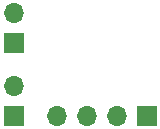
<source format=gbr>
%TF.GenerationSoftware,KiCad,Pcbnew,8.0.4*%
%TF.CreationDate,2024-09-11T18:08:34-07:00*%
%TF.ProjectId,rf-frontend-test,72662d66-726f-46e7-9465-6e642d746573,rev?*%
%TF.SameCoordinates,Original*%
%TF.FileFunction,Soldermask,Bot*%
%TF.FilePolarity,Negative*%
%FSLAX46Y46*%
G04 Gerber Fmt 4.6, Leading zero omitted, Abs format (unit mm)*
G04 Created by KiCad (PCBNEW 8.0.4) date 2024-09-11 18:08:34*
%MOMM*%
%LPD*%
G01*
G04 APERTURE LIST*
%ADD10R,1.700000X1.700000*%
%ADD11O,1.700000X1.700000*%
G04 APERTURE END LIST*
D10*
%TO.C,J1*%
X112280000Y-70445000D03*
D11*
X112280000Y-67905000D03*
%TD*%
%TO.C,J2*%
X115900000Y-70440000D03*
X118440000Y-70440000D03*
X120980000Y-70440000D03*
D10*
X123520000Y-70440000D03*
%TD*%
%TO.C,J3*%
X112290000Y-64265000D03*
D11*
X112290000Y-61725000D03*
%TD*%
M02*

</source>
